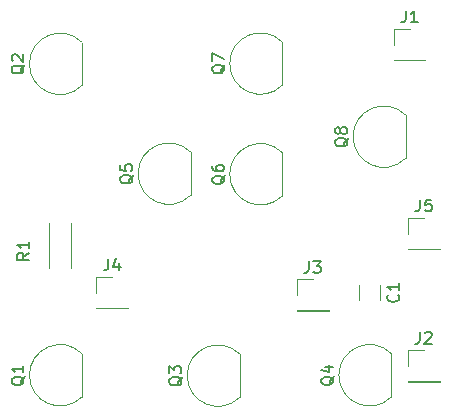
<source format=gbr>
%TF.GenerationSoftware,KiCad,Pcbnew,9.0.0*%
%TF.CreationDate,2025-03-31T12:23:45-05:00*%
%TF.ProjectId,Proyecto_prueba,50726f79-6563-4746-9f5f-707275656261,rev?*%
%TF.SameCoordinates,Original*%
%TF.FileFunction,Legend,Top*%
%TF.FilePolarity,Positive*%
%FSLAX46Y46*%
G04 Gerber Fmt 4.6, Leading zero omitted, Abs format (unit mm)*
G04 Created by KiCad (PCBNEW 9.0.0) date 2025-03-31 12:23:45*
%MOMM*%
%LPD*%
G01*
G04 APERTURE LIST*
%ADD10C,0.150000*%
%ADD11C,0.120000*%
G04 APERTURE END LIST*
D10*
X133590057Y-96295238D02*
X133542438Y-96390476D01*
X133542438Y-96390476D02*
X133447200Y-96485714D01*
X133447200Y-96485714D02*
X133304342Y-96628571D01*
X133304342Y-96628571D02*
X133256723Y-96723809D01*
X133256723Y-96723809D02*
X133256723Y-96819047D01*
X133494819Y-96771428D02*
X133447200Y-96866666D01*
X133447200Y-96866666D02*
X133351961Y-96961904D01*
X133351961Y-96961904D02*
X133161485Y-97009523D01*
X133161485Y-97009523D02*
X132828152Y-97009523D01*
X132828152Y-97009523D02*
X132637676Y-96961904D01*
X132637676Y-96961904D02*
X132542438Y-96866666D01*
X132542438Y-96866666D02*
X132494819Y-96771428D01*
X132494819Y-96771428D02*
X132494819Y-96580952D01*
X132494819Y-96580952D02*
X132542438Y-96485714D01*
X132542438Y-96485714D02*
X132637676Y-96390476D01*
X132637676Y-96390476D02*
X132828152Y-96342857D01*
X132828152Y-96342857D02*
X133161485Y-96342857D01*
X133161485Y-96342857D02*
X133351961Y-96390476D01*
X133351961Y-96390476D02*
X133447200Y-96485714D01*
X133447200Y-96485714D02*
X133494819Y-96580952D01*
X133494819Y-96580952D02*
X133494819Y-96771428D01*
X132828152Y-95485714D02*
X133494819Y-95485714D01*
X132447200Y-95723809D02*
X133161485Y-95961904D01*
X133161485Y-95961904D02*
X133161485Y-95342857D01*
X114466666Y-86324819D02*
X114466666Y-87039104D01*
X114466666Y-87039104D02*
X114419047Y-87181961D01*
X114419047Y-87181961D02*
X114323809Y-87277200D01*
X114323809Y-87277200D02*
X114180952Y-87324819D01*
X114180952Y-87324819D02*
X114085714Y-87324819D01*
X115371428Y-86658152D02*
X115371428Y-87324819D01*
X115133333Y-86277200D02*
X114895238Y-86991485D01*
X114895238Y-86991485D02*
X115514285Y-86991485D01*
X107390057Y-69925238D02*
X107342438Y-70020476D01*
X107342438Y-70020476D02*
X107247200Y-70115714D01*
X107247200Y-70115714D02*
X107104342Y-70258571D01*
X107104342Y-70258571D02*
X107056723Y-70353809D01*
X107056723Y-70353809D02*
X107056723Y-70449047D01*
X107294819Y-70401428D02*
X107247200Y-70496666D01*
X107247200Y-70496666D02*
X107151961Y-70591904D01*
X107151961Y-70591904D02*
X106961485Y-70639523D01*
X106961485Y-70639523D02*
X106628152Y-70639523D01*
X106628152Y-70639523D02*
X106437676Y-70591904D01*
X106437676Y-70591904D02*
X106342438Y-70496666D01*
X106342438Y-70496666D02*
X106294819Y-70401428D01*
X106294819Y-70401428D02*
X106294819Y-70210952D01*
X106294819Y-70210952D02*
X106342438Y-70115714D01*
X106342438Y-70115714D02*
X106437676Y-70020476D01*
X106437676Y-70020476D02*
X106628152Y-69972857D01*
X106628152Y-69972857D02*
X106961485Y-69972857D01*
X106961485Y-69972857D02*
X107151961Y-70020476D01*
X107151961Y-70020476D02*
X107247200Y-70115714D01*
X107247200Y-70115714D02*
X107294819Y-70210952D01*
X107294819Y-70210952D02*
X107294819Y-70401428D01*
X106390057Y-69591904D02*
X106342438Y-69544285D01*
X106342438Y-69544285D02*
X106294819Y-69449047D01*
X106294819Y-69449047D02*
X106294819Y-69210952D01*
X106294819Y-69210952D02*
X106342438Y-69115714D01*
X106342438Y-69115714D02*
X106390057Y-69068095D01*
X106390057Y-69068095D02*
X106485295Y-69020476D01*
X106485295Y-69020476D02*
X106580533Y-69020476D01*
X106580533Y-69020476D02*
X106723390Y-69068095D01*
X106723390Y-69068095D02*
X107294819Y-69639523D01*
X107294819Y-69639523D02*
X107294819Y-69020476D01*
X140866666Y-92524819D02*
X140866666Y-93239104D01*
X140866666Y-93239104D02*
X140819047Y-93381961D01*
X140819047Y-93381961D02*
X140723809Y-93477200D01*
X140723809Y-93477200D02*
X140580952Y-93524819D01*
X140580952Y-93524819D02*
X140485714Y-93524819D01*
X141295238Y-92620057D02*
X141342857Y-92572438D01*
X141342857Y-92572438D02*
X141438095Y-92524819D01*
X141438095Y-92524819D02*
X141676190Y-92524819D01*
X141676190Y-92524819D02*
X141771428Y-92572438D01*
X141771428Y-92572438D02*
X141819047Y-92620057D01*
X141819047Y-92620057D02*
X141866666Y-92715295D01*
X141866666Y-92715295D02*
X141866666Y-92810533D01*
X141866666Y-92810533D02*
X141819047Y-92953390D01*
X141819047Y-92953390D02*
X141247619Y-93524819D01*
X141247619Y-93524819D02*
X141866666Y-93524819D01*
X134790057Y-76095238D02*
X134742438Y-76190476D01*
X134742438Y-76190476D02*
X134647200Y-76285714D01*
X134647200Y-76285714D02*
X134504342Y-76428571D01*
X134504342Y-76428571D02*
X134456723Y-76523809D01*
X134456723Y-76523809D02*
X134456723Y-76619047D01*
X134694819Y-76571428D02*
X134647200Y-76666666D01*
X134647200Y-76666666D02*
X134551961Y-76761904D01*
X134551961Y-76761904D02*
X134361485Y-76809523D01*
X134361485Y-76809523D02*
X134028152Y-76809523D01*
X134028152Y-76809523D02*
X133837676Y-76761904D01*
X133837676Y-76761904D02*
X133742438Y-76666666D01*
X133742438Y-76666666D02*
X133694819Y-76571428D01*
X133694819Y-76571428D02*
X133694819Y-76380952D01*
X133694819Y-76380952D02*
X133742438Y-76285714D01*
X133742438Y-76285714D02*
X133837676Y-76190476D01*
X133837676Y-76190476D02*
X134028152Y-76142857D01*
X134028152Y-76142857D02*
X134361485Y-76142857D01*
X134361485Y-76142857D02*
X134551961Y-76190476D01*
X134551961Y-76190476D02*
X134647200Y-76285714D01*
X134647200Y-76285714D02*
X134694819Y-76380952D01*
X134694819Y-76380952D02*
X134694819Y-76571428D01*
X134123390Y-75571428D02*
X134075771Y-75666666D01*
X134075771Y-75666666D02*
X134028152Y-75714285D01*
X134028152Y-75714285D02*
X133932914Y-75761904D01*
X133932914Y-75761904D02*
X133885295Y-75761904D01*
X133885295Y-75761904D02*
X133790057Y-75714285D01*
X133790057Y-75714285D02*
X133742438Y-75666666D01*
X133742438Y-75666666D02*
X133694819Y-75571428D01*
X133694819Y-75571428D02*
X133694819Y-75380952D01*
X133694819Y-75380952D02*
X133742438Y-75285714D01*
X133742438Y-75285714D02*
X133790057Y-75238095D01*
X133790057Y-75238095D02*
X133885295Y-75190476D01*
X133885295Y-75190476D02*
X133932914Y-75190476D01*
X133932914Y-75190476D02*
X134028152Y-75238095D01*
X134028152Y-75238095D02*
X134075771Y-75285714D01*
X134075771Y-75285714D02*
X134123390Y-75380952D01*
X134123390Y-75380952D02*
X134123390Y-75571428D01*
X134123390Y-75571428D02*
X134171009Y-75666666D01*
X134171009Y-75666666D02*
X134218628Y-75714285D01*
X134218628Y-75714285D02*
X134313866Y-75761904D01*
X134313866Y-75761904D02*
X134504342Y-75761904D01*
X134504342Y-75761904D02*
X134599580Y-75714285D01*
X134599580Y-75714285D02*
X134647200Y-75666666D01*
X134647200Y-75666666D02*
X134694819Y-75571428D01*
X134694819Y-75571428D02*
X134694819Y-75380952D01*
X134694819Y-75380952D02*
X134647200Y-75285714D01*
X134647200Y-75285714D02*
X134599580Y-75238095D01*
X134599580Y-75238095D02*
X134504342Y-75190476D01*
X134504342Y-75190476D02*
X134313866Y-75190476D01*
X134313866Y-75190476D02*
X134218628Y-75238095D01*
X134218628Y-75238095D02*
X134171009Y-75285714D01*
X134171009Y-75285714D02*
X134123390Y-75380952D01*
X107774819Y-85826666D02*
X107298628Y-86159999D01*
X107774819Y-86398094D02*
X106774819Y-86398094D01*
X106774819Y-86398094D02*
X106774819Y-86017142D01*
X106774819Y-86017142D02*
X106822438Y-85921904D01*
X106822438Y-85921904D02*
X106870057Y-85874285D01*
X106870057Y-85874285D02*
X106965295Y-85826666D01*
X106965295Y-85826666D02*
X107108152Y-85826666D01*
X107108152Y-85826666D02*
X107203390Y-85874285D01*
X107203390Y-85874285D02*
X107251009Y-85921904D01*
X107251009Y-85921904D02*
X107298628Y-86017142D01*
X107298628Y-86017142D02*
X107298628Y-86398094D01*
X107774819Y-84874285D02*
X107774819Y-85445713D01*
X107774819Y-85159999D02*
X106774819Y-85159999D01*
X106774819Y-85159999D02*
X106917676Y-85255237D01*
X106917676Y-85255237D02*
X107012914Y-85350475D01*
X107012914Y-85350475D02*
X107060533Y-85445713D01*
X131466666Y-86524819D02*
X131466666Y-87239104D01*
X131466666Y-87239104D02*
X131419047Y-87381961D01*
X131419047Y-87381961D02*
X131323809Y-87477200D01*
X131323809Y-87477200D02*
X131180952Y-87524819D01*
X131180952Y-87524819D02*
X131085714Y-87524819D01*
X131847619Y-86524819D02*
X132466666Y-86524819D01*
X132466666Y-86524819D02*
X132133333Y-86905771D01*
X132133333Y-86905771D02*
X132276190Y-86905771D01*
X132276190Y-86905771D02*
X132371428Y-86953390D01*
X132371428Y-86953390D02*
X132419047Y-87001009D01*
X132419047Y-87001009D02*
X132466666Y-87096247D01*
X132466666Y-87096247D02*
X132466666Y-87334342D01*
X132466666Y-87334342D02*
X132419047Y-87429580D01*
X132419047Y-87429580D02*
X132371428Y-87477200D01*
X132371428Y-87477200D02*
X132276190Y-87524819D01*
X132276190Y-87524819D02*
X131990476Y-87524819D01*
X131990476Y-87524819D02*
X131895238Y-87477200D01*
X131895238Y-87477200D02*
X131847619Y-87429580D01*
X139009580Y-89366666D02*
X139057200Y-89414285D01*
X139057200Y-89414285D02*
X139104819Y-89557142D01*
X139104819Y-89557142D02*
X139104819Y-89652380D01*
X139104819Y-89652380D02*
X139057200Y-89795237D01*
X139057200Y-89795237D02*
X138961961Y-89890475D01*
X138961961Y-89890475D02*
X138866723Y-89938094D01*
X138866723Y-89938094D02*
X138676247Y-89985713D01*
X138676247Y-89985713D02*
X138533390Y-89985713D01*
X138533390Y-89985713D02*
X138342914Y-89938094D01*
X138342914Y-89938094D02*
X138247676Y-89890475D01*
X138247676Y-89890475D02*
X138152438Y-89795237D01*
X138152438Y-89795237D02*
X138104819Y-89652380D01*
X138104819Y-89652380D02*
X138104819Y-89557142D01*
X138104819Y-89557142D02*
X138152438Y-89414285D01*
X138152438Y-89414285D02*
X138200057Y-89366666D01*
X139104819Y-88414285D02*
X139104819Y-88985713D01*
X139104819Y-88699999D02*
X138104819Y-88699999D01*
X138104819Y-88699999D02*
X138247676Y-88795237D01*
X138247676Y-88795237D02*
X138342914Y-88890475D01*
X138342914Y-88890475D02*
X138390533Y-88985713D01*
X107390057Y-96295238D02*
X107342438Y-96390476D01*
X107342438Y-96390476D02*
X107247200Y-96485714D01*
X107247200Y-96485714D02*
X107104342Y-96628571D01*
X107104342Y-96628571D02*
X107056723Y-96723809D01*
X107056723Y-96723809D02*
X107056723Y-96819047D01*
X107294819Y-96771428D02*
X107247200Y-96866666D01*
X107247200Y-96866666D02*
X107151961Y-96961904D01*
X107151961Y-96961904D02*
X106961485Y-97009523D01*
X106961485Y-97009523D02*
X106628152Y-97009523D01*
X106628152Y-97009523D02*
X106437676Y-96961904D01*
X106437676Y-96961904D02*
X106342438Y-96866666D01*
X106342438Y-96866666D02*
X106294819Y-96771428D01*
X106294819Y-96771428D02*
X106294819Y-96580952D01*
X106294819Y-96580952D02*
X106342438Y-96485714D01*
X106342438Y-96485714D02*
X106437676Y-96390476D01*
X106437676Y-96390476D02*
X106628152Y-96342857D01*
X106628152Y-96342857D02*
X106961485Y-96342857D01*
X106961485Y-96342857D02*
X107151961Y-96390476D01*
X107151961Y-96390476D02*
X107247200Y-96485714D01*
X107247200Y-96485714D02*
X107294819Y-96580952D01*
X107294819Y-96580952D02*
X107294819Y-96771428D01*
X107294819Y-95390476D02*
X107294819Y-95961904D01*
X107294819Y-95676190D02*
X106294819Y-95676190D01*
X106294819Y-95676190D02*
X106437676Y-95771428D01*
X106437676Y-95771428D02*
X106532914Y-95866666D01*
X106532914Y-95866666D02*
X106580533Y-95961904D01*
X140866666Y-81324819D02*
X140866666Y-82039104D01*
X140866666Y-82039104D02*
X140819047Y-82181961D01*
X140819047Y-82181961D02*
X140723809Y-82277200D01*
X140723809Y-82277200D02*
X140580952Y-82324819D01*
X140580952Y-82324819D02*
X140485714Y-82324819D01*
X141819047Y-81324819D02*
X141342857Y-81324819D01*
X141342857Y-81324819D02*
X141295238Y-81801009D01*
X141295238Y-81801009D02*
X141342857Y-81753390D01*
X141342857Y-81753390D02*
X141438095Y-81705771D01*
X141438095Y-81705771D02*
X141676190Y-81705771D01*
X141676190Y-81705771D02*
X141771428Y-81753390D01*
X141771428Y-81753390D02*
X141819047Y-81801009D01*
X141819047Y-81801009D02*
X141866666Y-81896247D01*
X141866666Y-81896247D02*
X141866666Y-82134342D01*
X141866666Y-82134342D02*
X141819047Y-82229580D01*
X141819047Y-82229580D02*
X141771428Y-82277200D01*
X141771428Y-82277200D02*
X141676190Y-82324819D01*
X141676190Y-82324819D02*
X141438095Y-82324819D01*
X141438095Y-82324819D02*
X141342857Y-82277200D01*
X141342857Y-82277200D02*
X141295238Y-82229580D01*
X124350057Y-79275238D02*
X124302438Y-79370476D01*
X124302438Y-79370476D02*
X124207200Y-79465714D01*
X124207200Y-79465714D02*
X124064342Y-79608571D01*
X124064342Y-79608571D02*
X124016723Y-79703809D01*
X124016723Y-79703809D02*
X124016723Y-79799047D01*
X124254819Y-79751428D02*
X124207200Y-79846666D01*
X124207200Y-79846666D02*
X124111961Y-79941904D01*
X124111961Y-79941904D02*
X123921485Y-79989523D01*
X123921485Y-79989523D02*
X123588152Y-79989523D01*
X123588152Y-79989523D02*
X123397676Y-79941904D01*
X123397676Y-79941904D02*
X123302438Y-79846666D01*
X123302438Y-79846666D02*
X123254819Y-79751428D01*
X123254819Y-79751428D02*
X123254819Y-79560952D01*
X123254819Y-79560952D02*
X123302438Y-79465714D01*
X123302438Y-79465714D02*
X123397676Y-79370476D01*
X123397676Y-79370476D02*
X123588152Y-79322857D01*
X123588152Y-79322857D02*
X123921485Y-79322857D01*
X123921485Y-79322857D02*
X124111961Y-79370476D01*
X124111961Y-79370476D02*
X124207200Y-79465714D01*
X124207200Y-79465714D02*
X124254819Y-79560952D01*
X124254819Y-79560952D02*
X124254819Y-79751428D01*
X123254819Y-78465714D02*
X123254819Y-78656190D01*
X123254819Y-78656190D02*
X123302438Y-78751428D01*
X123302438Y-78751428D02*
X123350057Y-78799047D01*
X123350057Y-78799047D02*
X123492914Y-78894285D01*
X123492914Y-78894285D02*
X123683390Y-78941904D01*
X123683390Y-78941904D02*
X124064342Y-78941904D01*
X124064342Y-78941904D02*
X124159580Y-78894285D01*
X124159580Y-78894285D02*
X124207200Y-78846666D01*
X124207200Y-78846666D02*
X124254819Y-78751428D01*
X124254819Y-78751428D02*
X124254819Y-78560952D01*
X124254819Y-78560952D02*
X124207200Y-78465714D01*
X124207200Y-78465714D02*
X124159580Y-78418095D01*
X124159580Y-78418095D02*
X124064342Y-78370476D01*
X124064342Y-78370476D02*
X123826247Y-78370476D01*
X123826247Y-78370476D02*
X123731009Y-78418095D01*
X123731009Y-78418095D02*
X123683390Y-78465714D01*
X123683390Y-78465714D02*
X123635771Y-78560952D01*
X123635771Y-78560952D02*
X123635771Y-78751428D01*
X123635771Y-78751428D02*
X123683390Y-78846666D01*
X123683390Y-78846666D02*
X123731009Y-78894285D01*
X123731009Y-78894285D02*
X123826247Y-78941904D01*
X139666666Y-65324819D02*
X139666666Y-66039104D01*
X139666666Y-66039104D02*
X139619047Y-66181961D01*
X139619047Y-66181961D02*
X139523809Y-66277200D01*
X139523809Y-66277200D02*
X139380952Y-66324819D01*
X139380952Y-66324819D02*
X139285714Y-66324819D01*
X140666666Y-66324819D02*
X140095238Y-66324819D01*
X140380952Y-66324819D02*
X140380952Y-65324819D01*
X140380952Y-65324819D02*
X140285714Y-65467676D01*
X140285714Y-65467676D02*
X140190476Y-65562914D01*
X140190476Y-65562914D02*
X140095238Y-65610533D01*
X116590057Y-79225238D02*
X116542438Y-79320476D01*
X116542438Y-79320476D02*
X116447200Y-79415714D01*
X116447200Y-79415714D02*
X116304342Y-79558571D01*
X116304342Y-79558571D02*
X116256723Y-79653809D01*
X116256723Y-79653809D02*
X116256723Y-79749047D01*
X116494819Y-79701428D02*
X116447200Y-79796666D01*
X116447200Y-79796666D02*
X116351961Y-79891904D01*
X116351961Y-79891904D02*
X116161485Y-79939523D01*
X116161485Y-79939523D02*
X115828152Y-79939523D01*
X115828152Y-79939523D02*
X115637676Y-79891904D01*
X115637676Y-79891904D02*
X115542438Y-79796666D01*
X115542438Y-79796666D02*
X115494819Y-79701428D01*
X115494819Y-79701428D02*
X115494819Y-79510952D01*
X115494819Y-79510952D02*
X115542438Y-79415714D01*
X115542438Y-79415714D02*
X115637676Y-79320476D01*
X115637676Y-79320476D02*
X115828152Y-79272857D01*
X115828152Y-79272857D02*
X116161485Y-79272857D01*
X116161485Y-79272857D02*
X116351961Y-79320476D01*
X116351961Y-79320476D02*
X116447200Y-79415714D01*
X116447200Y-79415714D02*
X116494819Y-79510952D01*
X116494819Y-79510952D02*
X116494819Y-79701428D01*
X115494819Y-78368095D02*
X115494819Y-78844285D01*
X115494819Y-78844285D02*
X115971009Y-78891904D01*
X115971009Y-78891904D02*
X115923390Y-78844285D01*
X115923390Y-78844285D02*
X115875771Y-78749047D01*
X115875771Y-78749047D02*
X115875771Y-78510952D01*
X115875771Y-78510952D02*
X115923390Y-78415714D01*
X115923390Y-78415714D02*
X115971009Y-78368095D01*
X115971009Y-78368095D02*
X116066247Y-78320476D01*
X116066247Y-78320476D02*
X116304342Y-78320476D01*
X116304342Y-78320476D02*
X116399580Y-78368095D01*
X116399580Y-78368095D02*
X116447200Y-78415714D01*
X116447200Y-78415714D02*
X116494819Y-78510952D01*
X116494819Y-78510952D02*
X116494819Y-78749047D01*
X116494819Y-78749047D02*
X116447200Y-78844285D01*
X116447200Y-78844285D02*
X116399580Y-78891904D01*
X124350057Y-69905238D02*
X124302438Y-70000476D01*
X124302438Y-70000476D02*
X124207200Y-70095714D01*
X124207200Y-70095714D02*
X124064342Y-70238571D01*
X124064342Y-70238571D02*
X124016723Y-70333809D01*
X124016723Y-70333809D02*
X124016723Y-70429047D01*
X124254819Y-70381428D02*
X124207200Y-70476666D01*
X124207200Y-70476666D02*
X124111961Y-70571904D01*
X124111961Y-70571904D02*
X123921485Y-70619523D01*
X123921485Y-70619523D02*
X123588152Y-70619523D01*
X123588152Y-70619523D02*
X123397676Y-70571904D01*
X123397676Y-70571904D02*
X123302438Y-70476666D01*
X123302438Y-70476666D02*
X123254819Y-70381428D01*
X123254819Y-70381428D02*
X123254819Y-70190952D01*
X123254819Y-70190952D02*
X123302438Y-70095714D01*
X123302438Y-70095714D02*
X123397676Y-70000476D01*
X123397676Y-70000476D02*
X123588152Y-69952857D01*
X123588152Y-69952857D02*
X123921485Y-69952857D01*
X123921485Y-69952857D02*
X124111961Y-70000476D01*
X124111961Y-70000476D02*
X124207200Y-70095714D01*
X124207200Y-70095714D02*
X124254819Y-70190952D01*
X124254819Y-70190952D02*
X124254819Y-70381428D01*
X123254819Y-69619523D02*
X123254819Y-68952857D01*
X123254819Y-68952857D02*
X124254819Y-69381428D01*
X120750057Y-96325238D02*
X120702438Y-96420476D01*
X120702438Y-96420476D02*
X120607200Y-96515714D01*
X120607200Y-96515714D02*
X120464342Y-96658571D01*
X120464342Y-96658571D02*
X120416723Y-96753809D01*
X120416723Y-96753809D02*
X120416723Y-96849047D01*
X120654819Y-96801428D02*
X120607200Y-96896666D01*
X120607200Y-96896666D02*
X120511961Y-96991904D01*
X120511961Y-96991904D02*
X120321485Y-97039523D01*
X120321485Y-97039523D02*
X119988152Y-97039523D01*
X119988152Y-97039523D02*
X119797676Y-96991904D01*
X119797676Y-96991904D02*
X119702438Y-96896666D01*
X119702438Y-96896666D02*
X119654819Y-96801428D01*
X119654819Y-96801428D02*
X119654819Y-96610952D01*
X119654819Y-96610952D02*
X119702438Y-96515714D01*
X119702438Y-96515714D02*
X119797676Y-96420476D01*
X119797676Y-96420476D02*
X119988152Y-96372857D01*
X119988152Y-96372857D02*
X120321485Y-96372857D01*
X120321485Y-96372857D02*
X120511961Y-96420476D01*
X120511961Y-96420476D02*
X120607200Y-96515714D01*
X120607200Y-96515714D02*
X120654819Y-96610952D01*
X120654819Y-96610952D02*
X120654819Y-96801428D01*
X119654819Y-96039523D02*
X119654819Y-95420476D01*
X119654819Y-95420476D02*
X120035771Y-95753809D01*
X120035771Y-95753809D02*
X120035771Y-95610952D01*
X120035771Y-95610952D02*
X120083390Y-95515714D01*
X120083390Y-95515714D02*
X120131009Y-95468095D01*
X120131009Y-95468095D02*
X120226247Y-95420476D01*
X120226247Y-95420476D02*
X120464342Y-95420476D01*
X120464342Y-95420476D02*
X120559580Y-95468095D01*
X120559580Y-95468095D02*
X120607200Y-95515714D01*
X120607200Y-95515714D02*
X120654819Y-95610952D01*
X120654819Y-95610952D02*
X120654819Y-95896666D01*
X120654819Y-95896666D02*
X120607200Y-95991904D01*
X120607200Y-95991904D02*
X120559580Y-96039523D01*
D11*
%TO.C,Q4*%
X138450000Y-98000000D02*
X138450000Y-94400000D01*
X134000000Y-96200000D02*
G75*
G02*
X138438478Y-94361522I2600000J0D01*
G01*
X138438478Y-98038478D02*
G75*
G02*
X133999999Y-96200000I-1838478J1838478D01*
G01*
%TO.C,J4*%
X113470000Y-87870000D02*
X114800000Y-87870000D01*
X113470000Y-89200000D02*
X113470000Y-87870000D01*
X113470000Y-90470000D02*
X113470000Y-90530000D01*
X113470000Y-90470000D02*
X116130000Y-90470000D01*
X113470000Y-90530000D02*
X116130000Y-90530000D01*
X116130000Y-90470000D02*
X116130000Y-90530000D01*
%TO.C,Q2*%
X112250000Y-71630000D02*
X112250000Y-68030000D01*
X107800000Y-69830000D02*
G75*
G02*
X112238478Y-67991522I2600000J0D01*
G01*
X112238478Y-71668478D02*
G75*
G02*
X107799999Y-69830000I-1838478J1838478D01*
G01*
%TO.C,J2*%
X139870000Y-94070000D02*
X141200000Y-94070000D01*
X139870000Y-95400000D02*
X139870000Y-94070000D01*
X139870000Y-96670000D02*
X139870000Y-96730000D01*
X139870000Y-96670000D02*
X142530000Y-96670000D01*
X139870000Y-96730000D02*
X142530000Y-96730000D01*
X142530000Y-96670000D02*
X142530000Y-96730000D01*
%TO.C,Q8*%
X139650000Y-77800000D02*
X139650000Y-74200000D01*
X135200000Y-76000000D02*
G75*
G02*
X139638478Y-74161522I2600000J0D01*
G01*
X139638478Y-77838478D02*
G75*
G02*
X135199999Y-76000000I-1838478J1838478D01*
G01*
%TO.C,R1*%
X109480000Y-83280000D02*
X109480000Y-87120000D01*
X111320000Y-83280000D02*
X111320000Y-87120000D01*
%TO.C,J3*%
X130470000Y-88070000D02*
X131800000Y-88070000D01*
X130470000Y-89400000D02*
X130470000Y-88070000D01*
X130470000Y-90670000D02*
X130470000Y-90730000D01*
X130470000Y-90670000D02*
X133130000Y-90670000D01*
X130470000Y-90730000D02*
X133130000Y-90730000D01*
X133130000Y-90670000D02*
X133130000Y-90730000D01*
%TO.C,C1*%
X135680000Y-88571000D02*
X135680000Y-89829000D01*
X137520000Y-88571000D02*
X137520000Y-89829000D01*
%TO.C,Q1*%
X112250000Y-98000000D02*
X112250000Y-94400000D01*
X107800000Y-96200000D02*
G75*
G02*
X112238478Y-94361522I2600000J0D01*
G01*
X112238478Y-98038478D02*
G75*
G02*
X107799999Y-96200000I-1838478J1838478D01*
G01*
%TO.C,J5*%
X139870000Y-82870000D02*
X141200000Y-82870000D01*
X139870000Y-84200000D02*
X139870000Y-82870000D01*
X139870000Y-85470000D02*
X139870000Y-85530000D01*
X139870000Y-85470000D02*
X142530000Y-85470000D01*
X139870000Y-85530000D02*
X142530000Y-85530000D01*
X142530000Y-85470000D02*
X142530000Y-85530000D01*
%TO.C,Q6*%
X129210000Y-80980000D02*
X129210000Y-77380000D01*
X124760000Y-79180000D02*
G75*
G02*
X129198478Y-77341522I2600000J0D01*
G01*
X129198478Y-81018478D02*
G75*
G02*
X124759999Y-79180000I-1838478J1838478D01*
G01*
%TO.C,J1*%
X138670000Y-66870000D02*
X140000000Y-66870000D01*
X138670000Y-68200000D02*
X138670000Y-66870000D01*
X138670000Y-69470000D02*
X138670000Y-69530000D01*
X138670000Y-69470000D02*
X141330000Y-69470000D01*
X138670000Y-69530000D02*
X141330000Y-69530000D01*
X141330000Y-69470000D02*
X141330000Y-69530000D01*
%TO.C,Q5*%
X121450000Y-80930000D02*
X121450000Y-77330000D01*
X117000000Y-79130000D02*
G75*
G02*
X121438478Y-77291522I2600000J0D01*
G01*
X121438478Y-80968478D02*
G75*
G02*
X116999999Y-79130000I-1838478J1838478D01*
G01*
%TO.C,Q7*%
X129210000Y-71610000D02*
X129210000Y-68010000D01*
X124760000Y-69810000D02*
G75*
G02*
X129198478Y-67971522I2600000J0D01*
G01*
X129198478Y-71648478D02*
G75*
G02*
X124759999Y-69810000I-1838478J1838478D01*
G01*
%TO.C,Q3*%
X125610000Y-98030000D02*
X125610000Y-94430000D01*
X121160000Y-96230000D02*
G75*
G02*
X125598478Y-94391522I2600000J0D01*
G01*
X125598478Y-98068478D02*
G75*
G02*
X121159999Y-96230000I-1838478J1838478D01*
G01*
%TD*%
M02*

</source>
